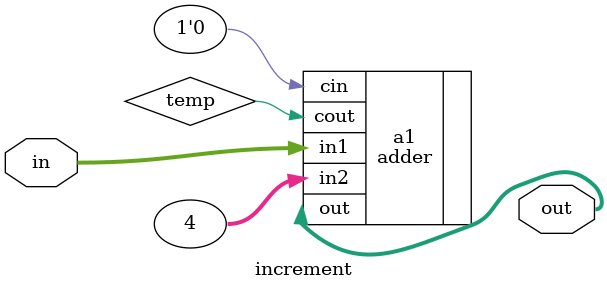
<source format=v>
`timescale 1ns / 1ps


module increment#(parameter N =32)(in,out);
    input [N-1:0] in;
    output [N-1:0] out;
    wire temp;
    adder a1(.in1(in), .in2(32'b100), .out(out), .cout(temp), .cin(1'b0));
endmodule

</source>
